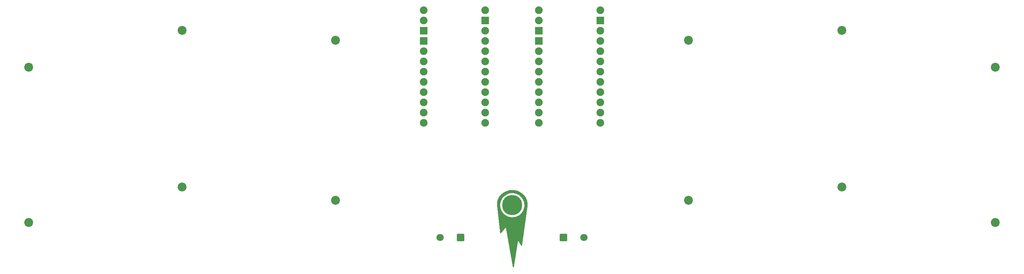
<source format=gbr>
%TF.GenerationSoftware,KiCad,Pcbnew,9.0.6*%
%TF.CreationDate,2025-12-03T13:22:52+03:00*%
%TF.ProjectId,KOMETA,4b4f4d45-5441-42e6-9b69-6361645f7063,rev?*%
%TF.SameCoordinates,Original*%
%TF.FileFunction,Paste,Top*%
%TF.FilePolarity,Positive*%
%FSLAX46Y46*%
G04 Gerber Fmt 4.6, Leading zero omitted, Abs format (unit mm)*
G04 Created by KiCad (PCBNEW 9.0.6) date 2025-12-03 13:22:52*
%MOMM*%
%LPD*%
G01*
G04 APERTURE LIST*
G04 Aperture macros list*
%AMRoundRect*
0 Rectangle with rounded corners*
0 $1 Rounding radius*
0 $2 $3 $4 $5 $6 $7 $8 $9 X,Y pos of 4 corners*
0 Add a 4 corners polygon primitive as box body*
4,1,4,$2,$3,$4,$5,$6,$7,$8,$9,$2,$3,0*
0 Add four circle primitives for the rounded corners*
1,1,$1+$1,$2,$3*
1,1,$1+$1,$4,$5*
1,1,$1+$1,$6,$7*
1,1,$1+$1,$8,$9*
0 Add four rect primitives between the rounded corners*
20,1,$1+$1,$2,$3,$4,$5,0*
20,1,$1+$1,$4,$5,$6,$7,0*
20,1,$1+$1,$6,$7,$8,$9,0*
20,1,$1+$1,$8,$9,$2,$3,0*%
G04 Aperture macros list end*
%ADD10C,0.000000*%
%ADD11C,2.200000*%
%ADD12C,1.800000*%
%ADD13RoundRect,0.200000X-0.700000X0.700000X-0.700000X-0.700000X0.700000X-0.700000X0.700000X0.700000X0*%
%ADD14O,1.900000X1.900000*%
%ADD15RoundRect,0.200000X-0.750000X-0.750000X0.750000X-0.750000X0.750000X0.750000X-0.750000X0.750000X0*%
%ADD16C,5.000000*%
%ADD17RoundRect,0.200000X0.700000X-0.700000X0.700000X0.700000X-0.700000X0.700000X-0.700000X-0.700000X0*%
G04 APERTURE END LIST*
D10*
G36*
X207656164Y-161918566D02*
G01*
X207903342Y-161947067D01*
X208148593Y-161991835D01*
X208391087Y-162052855D01*
X208629994Y-162130115D01*
X208864484Y-162223600D01*
X209093726Y-162333297D01*
X209316892Y-162459193D01*
X209536850Y-162593245D01*
X209669239Y-162678252D01*
X209797005Y-162769015D01*
X209919995Y-162865331D01*
X210038055Y-162967000D01*
X210151032Y-163073821D01*
X210258773Y-163185592D01*
X210361124Y-163302111D01*
X210457931Y-163423179D01*
X210549042Y-163548593D01*
X210634304Y-163678152D01*
X210713562Y-163811655D01*
X210786664Y-163948901D01*
X210853456Y-164089689D01*
X210913784Y-164233817D01*
X210967497Y-164381083D01*
X211014439Y-164531288D01*
X211037908Y-164617375D01*
X211059054Y-164703949D01*
X211077873Y-164790962D01*
X211094363Y-164878368D01*
X211108520Y-164966120D01*
X211120341Y-165054171D01*
X211129823Y-165142474D01*
X211136963Y-165230982D01*
X211141758Y-165319649D01*
X211144205Y-165408427D01*
X211144299Y-165497269D01*
X211142039Y-165586129D01*
X211137421Y-165674960D01*
X211130443Y-165763714D01*
X211121099Y-165852346D01*
X211109389Y-165940807D01*
X209738435Y-175683458D01*
X209736928Y-175691542D01*
X209734846Y-175699240D01*
X209732219Y-175706542D01*
X209729081Y-175713445D01*
X209725463Y-175719940D01*
X209721397Y-175726022D01*
X209716915Y-175731684D01*
X209712048Y-175736920D01*
X209706831Y-175741724D01*
X209701293Y-175746089D01*
X209695467Y-175750009D01*
X209689385Y-175753478D01*
X209683080Y-175756488D01*
X209676583Y-175759034D01*
X209669925Y-175761110D01*
X209663140Y-175762709D01*
X209656260Y-175763824D01*
X209649315Y-175764450D01*
X209642339Y-175764579D01*
X209635362Y-175764206D01*
X209628418Y-175763325D01*
X209621538Y-175761928D01*
X209614755Y-175760009D01*
X209608099Y-175757563D01*
X209601604Y-175754583D01*
X209595302Y-175751061D01*
X209589223Y-175746993D01*
X209583401Y-175742371D01*
X209577867Y-175737190D01*
X209572653Y-175731443D01*
X209567792Y-175725123D01*
X209563315Y-175718224D01*
X208922915Y-174641077D01*
X208918472Y-174634229D01*
X208913649Y-174627950D01*
X208908476Y-174622234D01*
X208902986Y-174617075D01*
X208897209Y-174612468D01*
X208891178Y-174608405D01*
X208884923Y-174604882D01*
X208878476Y-174601891D01*
X208871869Y-174599428D01*
X208865133Y-174597486D01*
X208858299Y-174596059D01*
X208851399Y-174595140D01*
X208844465Y-174594725D01*
X208837528Y-174594807D01*
X208830619Y-174595380D01*
X208823770Y-174596438D01*
X208817012Y-174597975D01*
X208810376Y-174599986D01*
X208803895Y-174602463D01*
X208797600Y-174605401D01*
X208791522Y-174608794D01*
X208785692Y-174612636D01*
X208780142Y-174616921D01*
X208774904Y-174621643D01*
X208770009Y-174626796D01*
X208765488Y-174632374D01*
X208761373Y-174638371D01*
X208757695Y-174644781D01*
X208754487Y-174651598D01*
X208751778Y-174658816D01*
X208749601Y-174666429D01*
X208747988Y-174674431D01*
X207717892Y-181073292D01*
X207715918Y-181082861D01*
X207713206Y-181091819D01*
X207709807Y-181100167D01*
X207705769Y-181107904D01*
X207701140Y-181115030D01*
X207695970Y-181121545D01*
X207690307Y-181127448D01*
X207684200Y-181132738D01*
X207677697Y-181137416D01*
X207670848Y-181141480D01*
X207663701Y-181144931D01*
X207656305Y-181147768D01*
X207648708Y-181149990D01*
X207640960Y-181151597D01*
X207633109Y-181152589D01*
X207625204Y-181152966D01*
X207617294Y-181152726D01*
X207609427Y-181151870D01*
X207601652Y-181150396D01*
X207594018Y-181148306D01*
X207586574Y-181145597D01*
X207579368Y-181142270D01*
X207572450Y-181138325D01*
X207565867Y-181133760D01*
X207559669Y-181128576D01*
X207553904Y-181122772D01*
X207548622Y-181116348D01*
X207543870Y-181109303D01*
X207539699Y-181101637D01*
X207536155Y-181093349D01*
X207533289Y-181084440D01*
X207531149Y-181074907D01*
X205799717Y-171393727D01*
X205798135Y-171386435D01*
X205796070Y-171379460D01*
X205793549Y-171372809D01*
X205790596Y-171366488D01*
X205787236Y-171360504D01*
X205783493Y-171354863D01*
X205779393Y-171349572D01*
X205774961Y-171344637D01*
X205770221Y-171340065D01*
X205765198Y-171335862D01*
X205759917Y-171332035D01*
X205754403Y-171328591D01*
X205748680Y-171325536D01*
X205742774Y-171322876D01*
X205736710Y-171320618D01*
X205730512Y-171318769D01*
X205724205Y-171317335D01*
X205717814Y-171316322D01*
X205711364Y-171315738D01*
X205704880Y-171315589D01*
X205698387Y-171315880D01*
X205691908Y-171316620D01*
X205685471Y-171317814D01*
X205679098Y-171319468D01*
X205672815Y-171321590D01*
X205666647Y-171324186D01*
X205660619Y-171327262D01*
X205654756Y-171330826D01*
X205649082Y-171334882D01*
X205643622Y-171339439D01*
X205638402Y-171344503D01*
X205633445Y-171350079D01*
X204515078Y-172704839D01*
X204509962Y-172710585D01*
X204504573Y-172715783D01*
X204498938Y-172720441D01*
X204493085Y-172724567D01*
X204487038Y-172728169D01*
X204480825Y-172731254D01*
X204474472Y-172733830D01*
X204468007Y-172735906D01*
X204461455Y-172737489D01*
X204454843Y-172738587D01*
X204448198Y-172739207D01*
X204441546Y-172739357D01*
X204434914Y-172739046D01*
X204428329Y-172738281D01*
X204421817Y-172737070D01*
X204415404Y-172735420D01*
X204409117Y-172733340D01*
X204402984Y-172730838D01*
X204397030Y-172727920D01*
X204391282Y-172724595D01*
X204385766Y-172720871D01*
X204380510Y-172716756D01*
X204375539Y-172712257D01*
X204370881Y-172707382D01*
X204366562Y-172702139D01*
X204362608Y-172696536D01*
X204359047Y-172690580D01*
X204355904Y-172684280D01*
X204353207Y-172677643D01*
X204350981Y-172670677D01*
X204349254Y-172663390D01*
X204348052Y-172655790D01*
X203582393Y-165824566D01*
X203572866Y-165734894D01*
X203566163Y-165650000D01*
X204360715Y-165650000D01*
X204362081Y-165803758D01*
X204371127Y-165955624D01*
X204387669Y-166105406D01*
X204411522Y-166252915D01*
X204442502Y-166397959D01*
X204480424Y-166540349D01*
X204525103Y-166679892D01*
X204576356Y-166816399D01*
X204633997Y-166949678D01*
X204697841Y-167079539D01*
X204767705Y-167205792D01*
X204843404Y-167328244D01*
X204924753Y-167446707D01*
X205011567Y-167560988D01*
X205103662Y-167670898D01*
X205200854Y-167776245D01*
X205302957Y-167876839D01*
X205409787Y-167972489D01*
X205521160Y-168063004D01*
X205636891Y-168148194D01*
X205756796Y-168227867D01*
X205880689Y-168301834D01*
X206008387Y-168369902D01*
X206139705Y-168431883D01*
X206274457Y-168487584D01*
X206412460Y-168536816D01*
X206553529Y-168579387D01*
X206697480Y-168615106D01*
X206844127Y-168643784D01*
X206993287Y-168665229D01*
X207144774Y-168679250D01*
X207298404Y-168685657D01*
X207452162Y-168684291D01*
X207604027Y-168675245D01*
X207753810Y-168658703D01*
X207901318Y-168634850D01*
X208046363Y-168603870D01*
X208188752Y-168565948D01*
X208328295Y-168521269D01*
X208464802Y-168470016D01*
X208598081Y-168412375D01*
X208727943Y-168348531D01*
X208854195Y-168278667D01*
X208976648Y-168202968D01*
X209095110Y-168121619D01*
X209209392Y-168034805D01*
X209319301Y-167942710D01*
X209424648Y-167845518D01*
X209525242Y-167743415D01*
X209620892Y-167636585D01*
X209711407Y-167525212D01*
X209796597Y-167409480D01*
X209876271Y-167289576D01*
X209950237Y-167165683D01*
X210018306Y-167037985D01*
X210080287Y-166906667D01*
X210135988Y-166771915D01*
X210185220Y-166633912D01*
X210227791Y-166492843D01*
X210263510Y-166348892D01*
X210292188Y-166202245D01*
X210313632Y-166053085D01*
X210327654Y-165901598D01*
X210334060Y-165747968D01*
X210332695Y-165594210D01*
X210323649Y-165442345D01*
X210307107Y-165292562D01*
X210283254Y-165145053D01*
X210252274Y-165000009D01*
X210214352Y-164857620D01*
X210169672Y-164718077D01*
X210118420Y-164581570D01*
X210060779Y-164448291D01*
X209996934Y-164318429D01*
X209927070Y-164192177D01*
X209851372Y-164069724D01*
X209770023Y-163951262D01*
X209683209Y-163836980D01*
X209591113Y-163727071D01*
X209493922Y-163621724D01*
X209391819Y-163521130D01*
X209284988Y-163425480D01*
X209173615Y-163334965D01*
X209057884Y-163249775D01*
X208937979Y-163170102D01*
X208814086Y-163096135D01*
X208686388Y-163028066D01*
X208555071Y-162966086D01*
X208420318Y-162910384D01*
X208282315Y-162861153D01*
X208141246Y-162818582D01*
X207997296Y-162782862D01*
X207850649Y-162754184D01*
X207701489Y-162732740D01*
X207550002Y-162718719D01*
X207396372Y-162712312D01*
X207242614Y-162713677D01*
X207090749Y-162722723D01*
X206940966Y-162739265D01*
X206793457Y-162763118D01*
X206648413Y-162794098D01*
X206506023Y-162832020D01*
X206366480Y-162876700D01*
X206229973Y-162927952D01*
X206096694Y-162985593D01*
X205966833Y-163049438D01*
X205840580Y-163119302D01*
X205718128Y-163195001D01*
X205599665Y-163276349D01*
X205485384Y-163363164D01*
X205375474Y-163455259D01*
X205270127Y-163552450D01*
X205169533Y-163654553D01*
X205073883Y-163761384D01*
X204983368Y-163872757D01*
X204898178Y-163988488D01*
X204818505Y-164108393D01*
X204744538Y-164232286D01*
X204676469Y-164359984D01*
X204614489Y-164491301D01*
X204558788Y-164626054D01*
X204509556Y-164764057D01*
X204466985Y-164905126D01*
X204431266Y-165049076D01*
X204402588Y-165195724D01*
X204381143Y-165344883D01*
X204367122Y-165496370D01*
X204360715Y-165650000D01*
X203566163Y-165650000D01*
X203565777Y-165645112D01*
X203561120Y-165555270D01*
X203558891Y-165465416D01*
X203559086Y-165375598D01*
X203561698Y-165285867D01*
X203566724Y-165196271D01*
X203574159Y-165106858D01*
X203583999Y-165017678D01*
X203596237Y-164928779D01*
X203610870Y-164840211D01*
X203627892Y-164752023D01*
X203647299Y-164664262D01*
X203669087Y-164576978D01*
X203693250Y-164490221D01*
X203719783Y-164404038D01*
X203771293Y-164256356D01*
X203829433Y-164111814D01*
X203894044Y-163970607D01*
X203964966Y-163832930D01*
X204042041Y-163698978D01*
X204125110Y-163568945D01*
X204214015Y-163443026D01*
X204308596Y-163321416D01*
X204408695Y-163204309D01*
X204514153Y-163091901D01*
X204624811Y-162984386D01*
X204740510Y-162881958D01*
X204861092Y-162784813D01*
X204986398Y-162693146D01*
X205116268Y-162607150D01*
X205250545Y-162527021D01*
X205481784Y-162396294D01*
X205708958Y-162277784D01*
X205941675Y-162175664D01*
X206179104Y-162089918D01*
X206420416Y-162020535D01*
X206664780Y-161967499D01*
X206911367Y-161930798D01*
X207159347Y-161910418D01*
X207407889Y-161906345D01*
X207656164Y-161918566D01*
G37*
D11*
%TO.C,H4*%
X87548000Y-170000000D03*
%TD*%
%TO.C,H3*%
X289050000Y-122300000D03*
%TD*%
%TO.C,H12*%
X251050000Y-164500000D03*
%TD*%
%TO.C,H11*%
X327050000Y-170000000D03*
%TD*%
%TO.C,H8*%
X327050000Y-131500000D03*
%TD*%
%TO.C,H2*%
X125550000Y-161200000D03*
%TD*%
%TO.C,H7*%
X163550000Y-124800000D03*
%TD*%
D12*
%TO.C,PW_R1*%
X225140000Y-173750000D03*
D13*
X220060000Y-173750000D03*
%TD*%
D14*
%TO.C,SM_L1*%
X185367540Y-117334195D03*
X185367540Y-119874195D03*
D15*
X185367540Y-122414195D03*
X185367540Y-124954195D03*
D14*
X185367540Y-127494195D03*
X185367540Y-130034195D03*
X185367540Y-132574195D03*
X185367540Y-135114195D03*
X185367540Y-137654195D03*
X185367540Y-140194195D03*
X185367540Y-142734195D03*
X185367540Y-145274195D03*
X200607540Y-145274195D03*
X200607540Y-142734195D03*
X200607540Y-140194195D03*
X200607540Y-137654195D03*
X200607540Y-135114195D03*
X200607540Y-132574195D03*
X200607540Y-130034195D03*
X200607540Y-127494195D03*
X200607540Y-124954195D03*
X200607540Y-122414195D03*
D15*
X200607540Y-119874195D03*
D14*
X200607540Y-117334195D03*
%TD*%
D11*
%TO.C,H5*%
X163550000Y-164500000D03*
%TD*%
D16*
%TO.C,KeyChainHole1*%
X207299999Y-165700000D03*
%TD*%
D11*
%TO.C,H10*%
X125550000Y-122300000D03*
%TD*%
%TO.C,H9*%
X251050000Y-124800000D03*
%TD*%
%TO.C,H1*%
X87550000Y-131500000D03*
%TD*%
%TO.C,H6*%
X289050000Y-161200000D03*
%TD*%
D14*
%TO.C,SM_R1*%
X213918540Y-117334195D03*
X213918540Y-119874195D03*
D15*
X213918540Y-122414195D03*
X213918540Y-124954195D03*
D14*
X213918540Y-127494195D03*
X213918540Y-130034195D03*
X213918540Y-132574195D03*
X213918540Y-135114195D03*
X213918540Y-137654195D03*
X213918540Y-140194195D03*
X213918540Y-142734195D03*
X213918540Y-145274195D03*
X229158540Y-145274195D03*
X229158540Y-142734195D03*
X229158540Y-140194195D03*
X229158540Y-137654195D03*
X229158540Y-135114195D03*
X229158540Y-132574195D03*
X229158540Y-130034195D03*
X229158540Y-127494195D03*
X229158540Y-124954195D03*
X229158540Y-122414195D03*
D15*
X229158540Y-119874195D03*
D14*
X229158540Y-117334195D03*
%TD*%
D12*
%TO.C,PW_L1*%
X189460000Y-173750000D03*
D17*
X194540000Y-173750000D03*
%TD*%
M02*

</source>
